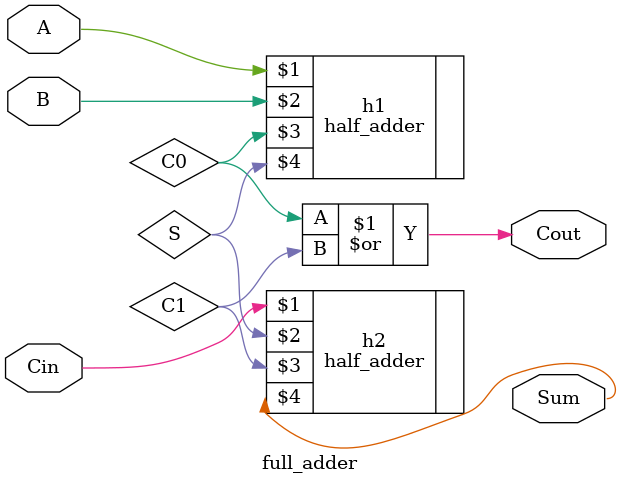
<source format=v>
`include "half_adder.v"
module full_adder (input A,input B,input Cin,output Sum,output Cout);
    wire C0,C1,S;
    half_adder h1(A,B,C0,S);
    half_adder h2(Cin,S,C1,Sum);
    or o1(Cout,C0,C1);
endmodule
</source>
